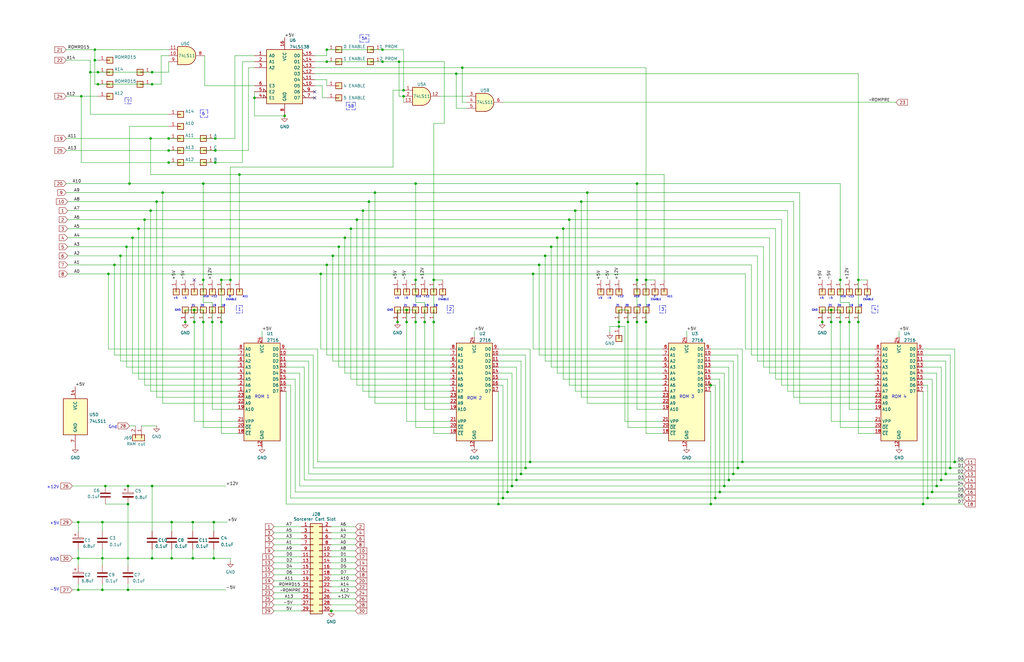
<source format=kicad_sch>
(kicad_sch (version 20211123) (generator eeschema)
  (paper "B")
  (junction (at 85.725 135.89))
  (junction (at 161.29 20.955))
  (junction (at 358.14 135.89))
  (junction (at 140.335 107.95))
  (junction (at 90.17 220.345))
  (junction (at 64.135 35.56))
  (junction (at 272.415 118.11))
  (junction (at 64.135 205.105))
  (junction (at 245.11 85.09))
  (junction (at 213.995 207.645))
  (junction (at 168.275 26.035))
  (junction (at 33.02 248.92))
  (junction (at 234.95 100.33))
  (junction (at 48.26 111.76))
  (junction (at 89.535 135.89))
  (junction (at 346.71 135.89))
  (junction (at 350.52 135.89))
  (junction (at 43.18 248.92))
  (junction (at 170.18 38.1))
  (junction (at 53.975 235.585))
  (junction (at 215.9 205.105))
  (junction (at 147.955 96.52))
  (junction (at 354.33 118.11))
  (junction (at 97.155 118.11))
  (junction (at 391.16 210.185))
  (junction (at 53.975 248.92))
  (junction (at 212.09 210.185))
  (junction (at 393.065 207.645))
  (junction (at 192.405 31.115))
  (junction (at 171.45 135.89))
  (junction (at 232.41 104.14))
  (junction (at 50.8 107.95))
  (junction (at 137.795 26.035))
  (junction (at 137.795 111.76))
  (junction (at 389.255 212.725))
  (junction (at 41.275 30.48))
  (junction (at 71.12 58.42))
  (junction (at 40.005 25.4))
  (junction (at 155.575 85.09))
  (junction (at 175.26 77.47))
  (junction (at 41.275 35.56))
  (junction (at 85.725 77.47))
  (junction (at 44.45 205.105))
  (junction (at 63.5 88.9))
  (junction (at 175.26 118.11))
  (junction (at 194.945 28.575))
  (junction (at 64.135 30.48))
  (junction (at 100.965 73.66))
  (junction (at 217.805 202.565))
  (junction (at 242.57 88.9))
  (junction (at 167.64 135.89))
  (junction (at 247.65 81.28))
  (junction (at 71.12 68.58))
  (junction (at 175.26 135.89))
  (junction (at 53.975 212.725))
  (junction (at 153.035 88.9))
  (junction (at 402.59 194.945))
  (junction (at 85.725 118.11))
  (junction (at 53.975 205.105))
  (junction (at 272.415 135.89))
  (junction (at 137.795 20.955))
  (junction (at 224.79 115.57))
  (junction (at 268.605 77.47))
  (junction (at 139.7 257.81))
  (junction (at 158.115 81.28))
  (junction (at 219.71 200.025))
  (junction (at 299.72 162.56))
  (junction (at 150.495 92.71))
  (junction (at 40.005 20.955))
  (junction (at 142.875 104.14))
  (junction (at 43.18 220.345))
  (junction (at 309.245 200.025))
  (junction (at 260.985 137.795))
  (junction (at 38.1 30.48))
  (junction (at 260.985 135.89))
  (junction (at 81.915 135.89))
  (junction (at 43.18 235.585))
  (junction (at 313.055 194.945))
  (junction (at 93.345 118.11))
  (junction (at 33.02 220.345))
  (junction (at 394.97 205.105))
  (junction (at 45.72 115.57))
  (junction (at 361.95 135.89))
  (junction (at 161.29 26.035))
  (junction (at 93.345 135.89))
  (junction (at 396.875 202.565))
  (junction (at 299.72 212.725))
  (junction (at 311.15 197.485))
  (junction (at 68.58 81.28))
  (junction (at 398.78 200.025))
  (junction (at 268.605 118.11))
  (junction (at 264.795 135.89))
  (junction (at 107.315 41.275))
  (junction (at 354.33 135.89))
  (junction (at 303.53 207.645))
  (junction (at 90.17 235.585))
  (junction (at 78.105 135.89))
  (junction (at 90.805 58.42))
  (junction (at 227.33 111.76))
  (junction (at 268.605 135.89))
  (junction (at 237.49 96.52))
  (junction (at 210.185 212.725))
  (junction (at 63.5 58.42))
  (junction (at 34.29 40.64))
  (junction (at 81.915 130.81))
  (junction (at 54.61 77.47))
  (junction (at 72.39 235.585))
  (junction (at 179.07 135.89))
  (junction (at 171.45 130.81))
  (junction (at 301.625 210.185))
  (junction (at 66.04 85.09))
  (junction (at 182.88 118.11))
  (junction (at 72.39 220.345))
  (junction (at 53.34 104.14))
  (junction (at 81.28 235.585))
  (junction (at 182.88 135.89))
  (junction (at 71.12 63.5))
  (junction (at 81.28 220.345))
  (junction (at 307.34 202.565))
  (junction (at 305.435 205.105))
  (junction (at 55.88 100.33))
  (junction (at 170.18 40.64))
  (junction (at 229.87 107.95))
  (junction (at 58.42 96.52))
  (junction (at 361.95 118.11))
  (junction (at 145.415 100.33))
  (junction (at 240.03 92.71))
  (junction (at 350.52 130.81))
  (junction (at 221.615 197.485))
  (junction (at 90.805 68.58))
  (junction (at 33.02 235.585))
  (junction (at 64.135 235.585))
  (junction (at 60.96 92.71))
  (junction (at 120.015 48.895))
  (junction (at 223.52 194.945))
  (junction (at 90.805 63.5))
  (junction (at 400.685 197.485))
  (junction (at 135.255 115.57))
  (no_connect (at 81.915 118.11))
  (no_connect (at 132.715 41.275))
  (no_connect (at 132.715 38.735))
  (wire (pts (xy 224.79 147.32) (xy 224.79 115.57)))
  (wire (pts (xy 215.9 157.48) (xy 215.9 205.105)))
  (wire (pts (xy 303.53 160.02) (xy 303.53 207.645)))
  (wire (pts (xy 305.435 205.105) (xy 394.97 205.105)))
  (wire (pts (xy 104.775 63.5) (xy 104.775 28.575)))
  (wire (pts (xy 170.18 20.955) (xy 170.18 38.1)))
  (wire (pts (xy 54.61 77.47) (xy 85.725 77.47)))
  (wire (pts (xy 50.8 107.95) (xy 140.335 107.95)))
  (wire (pts (xy 179.07 172.72) (xy 189.865 172.72)))
  (wire (pts (xy 268.605 118.11) (xy 268.605 135.89)))
  (wire (pts (xy 27.94 77.47) (xy 54.61 77.47)))
  (wire (pts (xy 145.415 100.33) (xy 234.95 100.33)))
  (wire (pts (xy 200.025 139.7) (xy 200.025 142.24)))
  (wire (pts (xy 245.11 85.09) (xy 334.645 85.09)))
  (wire (pts (xy 72.39 220.345) (xy 72.39 224.155)))
  (wire (pts (xy 182.88 52.07) (xy 187.325 52.07)))
  (wire (pts (xy 332.105 165.1) (xy 332.105 88.9)))
  (wire (pts (xy 85.725 77.47) (xy 175.26 77.47)))
  (wire (pts (xy 53.975 212.725) (xy 53.975 235.585)))
  (wire (pts (xy 135.89 41.275) (xy 137.795 41.275)))
  (wire (pts (xy 299.72 149.86) (xy 311.15 149.86)))
  (wire (pts (xy 28.575 107.95) (xy 50.8 107.95)))
  (wire (pts (xy 149.86 222.25) (xy 139.7 222.25)))
  (wire (pts (xy 361.95 182.88) (xy 368.935 182.88)))
  (wire (pts (xy 210.185 162.56) (xy 212.09 162.56)))
  (wire (pts (xy 115.57 245.11) (xy 127 245.11)))
  (wire (pts (xy 334.645 85.09) (xy 334.645 167.64)))
  (wire (pts (xy 41.275 35.56) (xy 64.135 35.56)))
  (polyline (pts (xy 367.665 132.08) (xy 370.205 132.08)))
  (wire (pts (xy 81.915 130.81) (xy 85.725 130.81)))
  (polyline (pts (xy 191.135 128.905) (xy 188.595 128.905)))
  (wire (pts (xy 237.49 96.52) (xy 327.025 96.52)))
  (wire (pts (xy 167.64 135.89) (xy 167.64 130.81)))
  (wire (pts (xy 210.185 152.4) (xy 219.71 152.4)))
  (wire (pts (xy 54.61 179.705) (xy 57.15 179.705)))
  (wire (pts (xy 379.095 139.7) (xy 379.095 142.24)))
  (wire (pts (xy 264.795 135.89) (xy 264.795 180.34)))
  (wire (pts (xy 54.61 53.34) (xy 54.61 77.47)))
  (polyline (pts (xy 84.455 46.355) (xy 87.63 46.355)))
  (wire (pts (xy 33.02 235.585) (xy 33.02 238.76)))
  (wire (pts (xy 260.985 137.795) (xy 260.985 135.89)))
  (wire (pts (xy 264.795 130.81) (xy 264.795 135.89)))
  (wire (pts (xy 28.575 111.76) (xy 48.26 111.76)))
  (polyline (pts (xy 370.205 132.08) (xy 370.205 128.905)))
  (wire (pts (xy 115.57 240.03) (xy 127 240.03)))
  (wire (pts (xy 194.945 28.575) (xy 272.415 28.575)))
  (wire (pts (xy 115.57 232.41) (xy 127 232.41)))
  (wire (pts (xy 158.115 170.18) (xy 158.115 81.28)))
  (wire (pts (xy 247.65 170.18) (xy 247.65 81.28)))
  (wire (pts (xy 120.015 48.895) (xy 107.315 48.895)))
  (wire (pts (xy 324.485 100.33) (xy 324.485 157.48)))
  (polyline (pts (xy 55.245 41.275) (xy 55.245 43.815)))
  (wire (pts (xy 30.48 205.105) (xy 44.45 205.105)))
  (wire (pts (xy 102.235 26.035) (xy 107.315 26.035)))
  (wire (pts (xy 149.86 224.79) (xy 139.7 224.79)))
  (wire (pts (xy 33.02 220.345) (xy 33.02 224.155)))
  (polyline (pts (xy 151.765 14.605) (xy 155.575 14.605)))
  (wire (pts (xy 43.18 235.585) (xy 53.975 235.585)))
  (wire (pts (xy 189.865 162.56) (xy 150.495 162.56)))
  (wire (pts (xy 115.57 229.87) (xy 127 229.87)))
  (wire (pts (xy 391.16 162.56) (xy 389.255 162.56)))
  (wire (pts (xy 66.04 85.09) (xy 66.04 167.64)))
  (wire (pts (xy 299.72 160.02) (xy 303.53 160.02)))
  (wire (pts (xy 311.15 149.86) (xy 311.15 197.485)))
  (wire (pts (xy 63.5 73.66) (xy 100.965 73.66)))
  (wire (pts (xy 137.795 23.495) (xy 137.795 20.955)))
  (wire (pts (xy 145.415 100.33) (xy 145.415 157.48)))
  (wire (pts (xy 329.565 162.56) (xy 329.565 92.71)))
  (wire (pts (xy 115.57 227.33) (xy 127 227.33)))
  (wire (pts (xy 89.535 135.89) (xy 89.535 172.72)))
  (wire (pts (xy 299.72 157.48) (xy 305.435 157.48)))
  (wire (pts (xy 53.975 248.92) (xy 95.25 248.92)))
  (polyline (pts (xy 87.63 49.53) (xy 84.455 49.53)))
  (polyline (pts (xy 280.67 128.905) (xy 278.13 128.905)))
  (wire (pts (xy 132.715 28.575) (xy 194.945 28.575)))
  (wire (pts (xy 406.4 202.565) (xy 396.875 202.565)))
  (wire (pts (xy 115.57 234.95) (xy 127 234.95)))
  (wire (pts (xy 120.65 162.56) (xy 122.555 162.56)))
  (wire (pts (xy 81.28 235.585) (xy 81.28 231.775)))
  (wire (pts (xy 389.255 160.02) (xy 393.065 160.02)))
  (wire (pts (xy 115.57 237.49) (xy 127 237.49)))
  (wire (pts (xy 299.72 147.32) (xy 313.055 147.32)))
  (polyline (pts (xy 280.67 132.08) (xy 280.67 128.905)))
  (wire (pts (xy 279.4 147.32) (xy 224.79 147.32)))
  (wire (pts (xy 132.08 149.86) (xy 132.08 197.485)))
  (wire (pts (xy 149.86 240.03) (xy 139.7 240.03)))
  (wire (pts (xy 153.035 88.9) (xy 242.57 88.9)))
  (wire (pts (xy 337.185 170.18) (xy 337.185 81.28)))
  (wire (pts (xy 38.1 48.26) (xy 71.12 48.26)))
  (wire (pts (xy 142.875 154.94) (xy 189.865 154.94)))
  (wire (pts (xy 58.42 96.52) (xy 147.955 96.52)))
  (wire (pts (xy 263.525 177.8) (xy 279.4 177.8)))
  (wire (pts (xy 64.135 35.56) (xy 67.945 35.56)))
  (wire (pts (xy 260.985 130.81) (xy 260.985 135.89)))
  (wire (pts (xy 124.46 207.645) (xy 213.995 207.645)))
  (wire (pts (xy 59.69 179.705) (xy 66.04 179.705)))
  (wire (pts (xy 221.615 149.86) (xy 221.615 197.485)))
  (wire (pts (xy 354.33 127.635) (xy 354.33 118.11)))
  (wire (pts (xy 27.94 63.5) (xy 71.12 63.5)))
  (wire (pts (xy 40.005 35.56) (xy 40.005 25.4)))
  (wire (pts (xy 189.865 170.18) (xy 158.115 170.18)))
  (wire (pts (xy 38.1 30.48) (xy 38.1 48.26)))
  (wire (pts (xy 289.56 139.7) (xy 289.56 142.24)))
  (wire (pts (xy 67.945 23.495) (xy 71.12 23.495)))
  (wire (pts (xy 93.345 182.88) (xy 100.33 182.88)))
  (wire (pts (xy 221.615 197.485) (xy 311.15 197.485)))
  (wire (pts (xy 115.57 242.57) (xy 127 242.57)))
  (wire (pts (xy 210.185 165.1) (xy 210.185 212.725)))
  (wire (pts (xy 260.985 137.795) (xy 263.525 137.795)))
  (wire (pts (xy 321.945 104.14) (xy 321.945 154.94)))
  (wire (pts (xy 130.175 200.025) (xy 219.71 200.025)))
  (wire (pts (xy 189.865 147.32) (xy 135.255 147.32)))
  (wire (pts (xy 93.345 135.89) (xy 93.345 182.88)))
  (wire (pts (xy 307.34 154.94) (xy 307.34 202.565)))
  (wire (pts (xy 219.71 152.4) (xy 219.71 200.025)))
  (wire (pts (xy 34.29 68.58) (xy 71.12 68.58)))
  (wire (pts (xy 120.65 157.48) (xy 126.365 157.48)))
  (wire (pts (xy 90.17 231.775) (xy 90.17 235.585)))
  (wire (pts (xy 260.985 130.81) (xy 264.795 130.81)))
  (wire (pts (xy 406.4 210.185) (xy 391.16 210.185)))
  (wire (pts (xy 128.27 202.565) (xy 217.805 202.565)))
  (wire (pts (xy 168.275 26.035) (xy 187.325 26.035)))
  (wire (pts (xy 232.41 104.14) (xy 321.945 104.14)))
  (wire (pts (xy 223.52 194.945) (xy 313.055 194.945)))
  (wire (pts (xy 71.12 63.5) (xy 90.805 63.5)))
  (wire (pts (xy 90.805 58.42) (xy 99.06 58.42)))
  (wire (pts (xy 149.86 245.11) (xy 139.7 245.11)))
  (wire (pts (xy 179.07 127.635) (xy 179.07 135.89)))
  (wire (pts (xy 50.8 152.4) (xy 50.8 107.95)))
  (wire (pts (xy 280.035 73.66) (xy 280.035 118.11)))
  (wire (pts (xy 368.935 162.56) (xy 329.565 162.56)))
  (wire (pts (xy 402.59 194.945) (xy 406.4 194.945)))
  (wire (pts (xy 171.45 135.89) (xy 171.45 177.8)))
  (wire (pts (xy 139.7 257.81) (xy 149.86 257.81)))
  (wire (pts (xy 132.715 26.035) (xy 137.795 26.035)))
  (wire (pts (xy 128.27 154.94) (xy 128.27 202.565)))
  (wire (pts (xy 64.135 30.48) (xy 71.12 30.48)))
  (wire (pts (xy 171.45 177.8) (xy 189.865 177.8)))
  (wire (pts (xy 358.14 135.89) (xy 358.14 172.72)))
  (wire (pts (xy 213.995 160.02) (xy 213.995 207.645)))
  (wire (pts (xy 64.135 235.585) (xy 72.39 235.585)))
  (wire (pts (xy 132.715 33.655) (xy 137.795 33.655)))
  (wire (pts (xy 242.57 88.9) (xy 332.105 88.9)))
  (wire (pts (xy 28.575 115.57) (xy 45.72 115.57)))
  (polyline (pts (xy 87.63 46.355) (xy 87.63 49.53)))
  (wire (pts (xy 110.49 139.7) (xy 110.49 142.24)))
  (wire (pts (xy 132.715 31.115) (xy 192.405 31.115)))
  (polyline (pts (xy 102.235 128.905) (xy 99.695 128.905)))
  (polyline (pts (xy 146.05 43.18) (xy 149.86 43.18)))
  (wire (pts (xy 100.33 147.32) (xy 45.72 147.32)))
  (wire (pts (xy 40.005 20.955) (xy 71.12 20.955)))
  (wire (pts (xy 55.88 100.33) (xy 55.88 157.48)))
  (wire (pts (xy 100.33 170.18) (xy 68.58 170.18)))
  (wire (pts (xy 40.005 25.4) (xy 41.275 25.4)))
  (wire (pts (xy 175.26 127.635) (xy 175.26 118.11)))
  (wire (pts (xy 346.71 135.89) (xy 346.71 130.81)))
  (wire (pts (xy 28.575 100.33) (xy 55.88 100.33)))
  (wire (pts (xy 140.335 107.95) (xy 229.87 107.95)))
  (wire (pts (xy 313.055 194.945) (xy 402.59 194.945)))
  (wire (pts (xy 158.115 81.28) (xy 247.65 81.28)))
  (wire (pts (xy 72.39 235.585) (xy 72.39 231.775)))
  (wire (pts (xy 45.72 115.57) (xy 135.255 115.57)))
  (wire (pts (xy 309.245 152.4) (xy 309.245 200.025)))
  (wire (pts (xy 215.9 205.105) (xy 305.435 205.105)))
  (wire (pts (xy 147.955 160.02) (xy 189.865 160.02)))
  (wire (pts (xy 53.34 104.14) (xy 53.34 154.94)))
  (wire (pts (xy 299.085 162.56) (xy 299.72 162.56)))
  (wire (pts (xy 187.325 52.07) (xy 187.325 26.035)))
  (wire (pts (xy 100.965 73.66) (xy 100.965 118.11)))
  (wire (pts (xy 38.1 30.48) (xy 41.275 30.48)))
  (wire (pts (xy 33.02 235.585) (xy 43.18 235.585)))
  (wire (pts (xy 149.86 232.41) (xy 139.7 232.41)))
  (wire (pts (xy 149.86 252.73) (xy 139.7 252.73)))
  (wire (pts (xy 391.16 162.56) (xy 391.16 210.185)))
  (polyline (pts (xy 155.575 17.78) (xy 155.575 14.605)))
  (wire (pts (xy 34.29 40.64) (xy 41.275 40.64)))
  (wire (pts (xy 147.955 96.52) (xy 147.955 160.02)))
  (wire (pts (xy 81.915 135.89) (xy 81.915 177.8)))
  (wire (pts (xy 147.955 96.52) (xy 237.49 96.52)))
  (wire (pts (xy 63.5 58.42) (xy 71.12 58.42)))
  (wire (pts (xy 272.415 118.11) (xy 272.415 28.575)))
  (wire (pts (xy 168.275 26.035) (xy 168.275 40.64)))
  (wire (pts (xy 299.72 165.1) (xy 299.72 212.725)))
  (wire (pts (xy 132.08 197.485) (xy 221.615 197.485)))
  (wire (pts (xy 406.4 200.025) (xy 398.78 200.025)))
  (wire (pts (xy 301.625 210.185) (xy 391.16 210.185)))
  (wire (pts (xy 33.02 248.92) (xy 33.02 246.38)))
  (wire (pts (xy 299.72 162.56) (xy 301.625 162.56)))
  (wire (pts (xy 40.005 35.56) (xy 41.275 35.56)))
  (wire (pts (xy 90.17 220.345) (xy 90.17 224.155)))
  (wire (pts (xy 149.86 250.19) (xy 139.7 250.19)))
  (wire (pts (xy 48.26 111.76) (xy 48.26 149.86)))
  (wire (pts (xy 28.575 92.71) (xy 60.96 92.71)))
  (wire (pts (xy 48.26 149.86) (xy 100.33 149.86)))
  (wire (pts (xy 227.33 149.86) (xy 279.4 149.86)))
  (wire (pts (xy 30.48 248.92) (xy 33.02 248.92)))
  (wire (pts (xy 165.735 38.1) (xy 170.18 38.1)))
  (wire (pts (xy 107.315 36.195) (xy 86.36 36.195)))
  (wire (pts (xy 400.685 149.86) (xy 400.685 197.485)))
  (wire (pts (xy 30.48 220.345) (xy 33.02 220.345)))
  (wire (pts (xy 27.94 25.4) (xy 38.1 25.4)))
  (wire (pts (xy 33.02 235.585) (xy 33.02 231.775)))
  (wire (pts (xy 122.555 162.56) (xy 122.555 210.185)))
  (wire (pts (xy 368.935 157.48) (xy 324.485 157.48)))
  (polyline (pts (xy 367.665 128.905) (xy 367.665 132.08)))
  (wire (pts (xy 53.34 104.14) (xy 142.875 104.14)))
  (wire (pts (xy 99.06 58.42) (xy 99.06 23.495)))
  (wire (pts (xy 245.11 167.64) (xy 279.4 167.64)))
  (wire (pts (xy 115.57 247.65) (xy 127 247.65)))
  (wire (pts (xy 242.57 165.1) (xy 242.57 88.9)))
  (wire (pts (xy 196.85 45.72) (xy 192.405 45.72)))
  (wire (pts (xy 196.85 43.18) (xy 194.945 43.18)))
  (wire (pts (xy 161.29 20.955) (xy 170.18 20.955)))
  (wire (pts (xy 102.235 68.58) (xy 102.235 26.035)))
  (wire (pts (xy 45.72 147.32) (xy 45.72 115.57)))
  (wire (pts (xy 115.57 250.19) (xy 127 250.19)))
  (wire (pts (xy 53.975 235.585) (xy 53.975 238.76)))
  (wire (pts (xy 167.64 130.81) (xy 171.45 130.81)))
  (wire (pts (xy 43.18 235.585) (xy 43.18 231.775)))
  (wire (pts (xy 354.33 135.89) (xy 354.33 180.34)))
  (wire (pts (xy 279.4 157.48) (xy 234.95 157.48)))
  (wire (pts (xy 149.86 242.57) (xy 139.7 242.57)))
  (wire (pts (xy 53.34 154.94) (xy 100.33 154.94)))
  (wire (pts (xy 27.94 81.28) (xy 68.58 81.28)))
  (wire (pts (xy 175.26 180.34) (xy 189.865 180.34)))
  (wire (pts (xy 63.5 88.9) (xy 153.035 88.9)))
  (wire (pts (xy 100.33 162.56) (xy 60.96 162.56)))
  (wire (pts (xy 170.18 40.64) (xy 168.275 40.64)))
  (polyline (pts (xy 99.695 129.54) (xy 99.695 132.08)))
  (wire (pts (xy 268.605 77.47) (xy 354.33 77.47)))
  (wire (pts (xy 90.805 68.58) (xy 102.235 68.58)))
  (wire (pts (xy 149.86 237.49) (xy 139.7 237.49)))
  (wire (pts (xy 350.52 130.81) (xy 354.33 130.81)))
  (wire (pts (xy 27.94 58.42) (xy 63.5 58.42)))
  (wire (pts (xy 34.29 40.64) (xy 34.29 68.58)))
  (wire (pts (xy 189.865 165.1) (xy 153.035 165.1)))
  (wire (pts (xy 48.26 111.76) (xy 137.795 111.76)))
  (wire (pts (xy 210.185 160.02) (xy 213.995 160.02)))
  (wire (pts (xy 85.725 135.89) (xy 85.725 180.34)))
  (wire (pts (xy 346.71 130.81) (xy 350.52 130.81)))
  (wire (pts (xy 192.405 45.72) (xy 192.405 31.115)))
  (wire (pts (xy 223.52 147.32) (xy 223.52 194.945)))
  (wire (pts (xy 389.255 147.32) (xy 402.59 147.32)))
  (wire (pts (xy 64.135 205.105) (xy 53.975 205.105)))
  (wire (pts (xy 33.02 248.92) (xy 43.18 248.92)))
  (wire (pts (xy 100.33 152.4) (xy 50.8 152.4)))
  (wire (pts (xy 234.95 100.33) (xy 234.95 157.48)))
  (wire (pts (xy 389.255 152.4) (xy 398.78 152.4)))
  (wire (pts (xy 97.155 70.485) (xy 165.735 70.485)))
  (wire (pts (xy 264.795 180.34) (xy 279.4 180.34)))
  (wire (pts (xy 126.365 205.105) (xy 215.9 205.105)))
  (polyline (pts (xy 99.695 132.08) (xy 102.235 132.08)))
  (wire (pts (xy 100.965 73.66) (xy 280.035 73.66)))
  (wire (pts (xy 279.4 170.18) (xy 247.65 170.18)))
  (wire (pts (xy 150.495 92.71) (xy 240.03 92.71)))
  (wire (pts (xy 142.875 104.14) (xy 142.875 154.94)))
  (wire (pts (xy 196.85 40.64) (xy 185.42 40.64)))
  (polyline (pts (xy 278.13 132.08) (xy 280.67 132.08)))
  (wire (pts (xy 115.57 257.81) (xy 127 257.81)))
  (polyline (pts (xy 52.705 41.275) (xy 55.245 41.275)))
  (polyline (pts (xy 188.595 129.54) (xy 188.595 132.08)))
  (wire (pts (xy 28.575 88.9) (xy 63.5 88.9)))
  (wire (pts (xy 194.945 43.18) (xy 194.945 28.575)))
  (wire (pts (xy 396.875 154.94) (xy 396.875 202.565)))
  (wire (pts (xy 301.625 162.56) (xy 301.625 210.185)))
  (wire (pts (xy 279.4 152.4) (xy 229.87 152.4)))
  (wire (pts (xy 93.345 118.11) (xy 93.345 135.89)))
  (wire (pts (xy 368.935 165.1) (xy 332.105 165.1)))
  (wire (pts (xy 99.06 23.495) (xy 107.315 23.495)))
  (wire (pts (xy 81.28 235.585) (xy 90.17 235.585)))
  (wire (pts (xy 314.325 147.32) (xy 314.325 115.57)))
  (wire (pts (xy 240.03 162.56) (xy 240.03 92.71)))
  (wire (pts (xy 161.29 26.035) (xy 168.275 26.035)))
  (wire (pts (xy 354.33 180.34) (xy 368.935 180.34)))
  (polyline (pts (xy 146.05 43.18) (xy 146.05 46.355)))
  (wire (pts (xy 89.535 127.635) (xy 85.725 127.635)))
  (wire (pts (xy 72.39 235.585) (xy 81.28 235.585)))
  (wire (pts (xy 155.575 167.64) (xy 189.865 167.64)))
  (wire (pts (xy 368.935 152.4) (xy 319.405 152.4)))
  (wire (pts (xy 358.14 172.72) (xy 368.935 172.72)))
  (wire (pts (xy 81.28 220.345) (xy 81.28 224.155)))
  (wire (pts (xy 189.865 152.4) (xy 140.335 152.4)))
  (wire (pts (xy 361.95 135.89) (xy 361.95 182.88)))
  (wire (pts (xy 182.88 118.11) (xy 182.88 135.89)))
  (wire (pts (xy 149.86 229.87) (xy 139.7 229.87)))
  (wire (pts (xy 350.52 135.89) (xy 350.52 177.8)))
  (wire (pts (xy 175.26 77.47) (xy 175.26 118.11)))
  (wire (pts (xy 389.255 149.86) (xy 400.685 149.86)))
  (wire (pts (xy 217.805 202.565) (xy 307.34 202.565)))
  (wire (pts (xy 212.09 43.18) (xy 377.825 43.18)))
  (wire (pts (xy 402.59 147.32) (xy 402.59 194.945)))
  (wire (pts (xy 149.86 247.65) (xy 139.7 247.65)))
  (wire (pts (xy 272.415 182.88) (xy 279.4 182.88)))
  (wire (pts (xy 60.96 162.56) (xy 60.96 92.71)))
  (wire (pts (xy 316.865 149.86) (xy 368.935 149.86)))
  (wire (pts (xy 60.96 92.71) (xy 150.495 92.71)))
  (polyline (pts (xy 151.765 14.605) (xy 151.765 17.78)))
  (wire (pts (xy 299.72 152.4) (xy 309.245 152.4)))
  (wire (pts (xy 120.65 149.86) (xy 132.08 149.86)))
  (wire (pts (xy 406.4 207.645) (xy 393.065 207.645)))
  (wire (pts (xy 86.36 36.195) (xy 86.36 23.495)))
  (wire (pts (xy 130.175 152.4) (xy 130.175 200.025)))
  (wire (pts (xy 327.025 160.02) (xy 368.935 160.02)))
  (wire (pts (xy 257.175 137.795) (xy 260.985 137.795)))
  (wire (pts (xy 135.255 147.32) (xy 135.255 115.57)))
  (wire (pts (xy 361.95 118.11) (xy 365.76 118.11)))
  (wire (pts (xy 120.65 152.4) (xy 130.175 152.4)))
  (wire (pts (xy 311.15 197.485) (xy 400.685 197.485)))
  (polyline (pts (xy 102.235 132.08) (xy 102.235 128.905)))
  (wire (pts (xy 133.985 147.32) (xy 133.985 194.945)))
  (polyline (pts (xy 188.595 128.905) (xy 188.595 129.54)))
  (polyline (pts (xy 84.455 46.355) (xy 84.455 49.53)))
  (wire (pts (xy 232.41 104.14) (xy 232.41 154.94)))
  (wire (pts (xy 41.275 30.48) (xy 64.135 30.48)))
  (wire (pts (xy 27.94 40.64) (xy 34.29 40.64)))
  (wire (pts (xy 27.94 20.955) (xy 40.005 20.955)))
  (wire (pts (xy 38.1 25.4) (xy 38.1 30.48)))
  (wire (pts (xy 316.865 111.76) (xy 316.865 149.86)))
  (wire (pts (xy 210.185 212.725) (xy 299.72 212.725)))
  (wire (pts (xy 68.58 170.18) (xy 68.58 81.28)))
  (wire (pts (xy 182.88 118.11) (xy 186.69 118.11)))
  (wire (pts (xy 63.5 58.42) (xy 63.5 73.66)))
  (wire (pts (xy 189.865 157.48) (xy 145.415 157.48)))
  (polyline (pts (xy 149.86 43.18) (xy 149.86 46.355)))
  (wire (pts (xy 354.33 130.81) (xy 354.33 135.89)))
  (wire (pts (xy 81.28 220.345) (xy 90.17 220.345)))
  (wire (pts (xy 120.65 165.1) (xy 120.65 212.725)))
  (wire (pts (xy 268.605 77.47) (xy 268.605 118.11)))
  (wire (pts (xy 232.41 154.94) (xy 279.4 154.94)))
  (wire (pts (xy 43.18 248.92) (xy 43.18 246.38)))
  (polyline (pts (xy 278.13 129.54) (xy 278.13 132.08)))
  (wire (pts (xy 126.365 157.48) (xy 126.365 205.105)))
  (wire (pts (xy 179.07 135.89) (xy 179.07 172.72)))
  (wire (pts (xy 171.45 130.81) (xy 175.26 130.81)))
  (wire (pts (xy 120.65 212.725) (xy 210.185 212.725)))
  (wire (pts (xy 28.575 104.14) (xy 53.34 104.14)))
  (wire (pts (xy 66.04 85.09) (xy 155.575 85.09)))
  (wire (pts (xy 107.315 41.275) (xy 107.315 38.735)))
  (wire (pts (xy 81.915 177.8) (xy 100.33 177.8)))
  (wire (pts (xy 272.415 118.11) (xy 272.415 135.89)))
  (wire (pts (xy 63.5 165.1) (xy 63.5 88.9)))
  (wire (pts (xy 406.4 212.725) (xy 389.255 212.725)))
  (wire (pts (xy 279.4 162.56) (xy 240.03 162.56)))
  (wire (pts (xy 115.57 222.25) (xy 127 222.25)))
  (polyline (pts (xy 55.245 43.815) (xy 52.705 43.815)))
  (wire (pts (xy 150.495 162.56) (xy 150.495 92.71)))
  (wire (pts (xy 90.805 63.5) (xy 104.775 63.5)))
  (wire (pts (xy 97.155 236.855) (xy 97.155 235.585)))
  (wire (pts (xy 182.88 135.89) (xy 182.88 182.88)))
  (wire (pts (xy 137.795 111.76) (xy 137.795 149.86)))
  (wire (pts (xy 149.86 227.33) (xy 139.7 227.33)))
  (wire (pts (xy 137.795 111.76) (xy 227.33 111.76)))
  (wire (pts (xy 313.055 147.32) (xy 313.055 194.945)))
  (wire (pts (xy 400.685 197.485) (xy 406.4 197.485)))
  (wire (pts (xy 43.18 235.585) (xy 43.18 238.76)))
  (wire (pts (xy 78.105 130.81) (xy 81.915 130.81)))
  (wire (pts (xy 354.33 77.47) (xy 354.33 118.11)))
  (polyline (pts (xy 188.595 132.08) (xy 191.135 132.08)))
  (polyline (pts (xy 367.665 128.905) (xy 370.205 128.905)))
  (wire (pts (xy 213.995 207.645) (xy 303.53 207.645)))
  (wire (pts (xy 321.945 154.94) (xy 368.935 154.94)))
  (wire (pts (xy 368.935 170.18) (xy 337.185 170.18)))
  (wire (pts (xy 43.18 248.92) (xy 53.975 248.92)))
  (wire (pts (xy 89.535 172.72) (xy 100.33 172.72)))
  (wire (pts (xy 237.49 160.02) (xy 279.4 160.02)))
  (wire (pts (xy 307.34 202.565) (xy 396.875 202.565)))
  (wire (pts (xy 85.725 77.47) (xy 85.725 118.11)))
  (wire (pts (xy 170.18 40.64) (xy 170.18 43.18)))
  (wire (pts (xy 28.575 85.09) (xy 66.04 85.09)))
  (wire (pts (xy 97.155 118.745) (xy 97.155 118.11)))
  (wire (pts (xy 28.575 96.52) (xy 58.42 96.52)))
  (wire (pts (xy 219.71 200.025) (xy 309.245 200.025)))
  (wire (pts (xy 107.315 48.895) (xy 107.315 41.275)))
  (wire (pts (xy 175.26 77.47) (xy 268.605 77.47)))
  (wire (pts (xy 237.49 96.52) (xy 237.49 160.02)))
  (wire (pts (xy 64.135 235.585) (xy 64.135 231.775)))
  (wire (pts (xy 124.46 160.02) (xy 124.46 207.645)))
  (wire (pts (xy 135.255 115.57) (xy 224.79 115.57)))
  (wire (pts (xy 58.42 96.52) (xy 58.42 160.02)))
  (wire (pts (xy 78.105 135.89) (xy 78.105 130.81)))
  (wire (pts (xy 85.725 127.635) (xy 85.725 118.11)))
  (wire (pts (xy 327.025 96.52) (xy 327.025 160.02)))
  (wire (pts (xy 149.86 255.27) (xy 139.7 255.27)))
  (wire (pts (xy 149.86 234.95) (xy 139.7 234.95)))
  (wire (pts (xy 44.45 205.105) (xy 53.975 205.105)))
  (wire (pts (xy 305.435 157.48) (xy 305.435 205.105)))
  (polyline (pts (xy 151.765 17.78) (xy 155.575 17.78)))
  (wire (pts (xy 299.72 212.725) (xy 389.255 212.725)))
  (wire (pts (xy 120.65 147.32) (xy 133.985 147.32)))
  (wire (pts (xy 182.88 182.88) (xy 189.865 182.88)))
  (wire (pts (xy 210.185 157.48) (xy 215.9 157.48)))
  (wire (pts (xy 137.795 20.955) (xy 161.29 20.955)))
  (wire (pts (xy 350.52 130.81) (xy 350.52 135.89)))
  (wire (pts (xy 358.14 127.635) (xy 358.14 135.89)))
  (wire (pts (xy 30.48 235.585) (xy 33.02 235.585)))
  (wire (pts (xy 133.985 194.945) (xy 223.52 194.945)))
  (wire (pts (xy 175.26 130.81) (xy 175.26 135.89)))
  (wire (pts (xy 393.065 160.02) (xy 393.065 207.645)))
  (wire (pts (xy 303.53 207.645) (xy 393.065 207.645)))
  (wire (pts (xy 100.33 165.1) (xy 63.5 165.1)))
  (wire (pts (xy 227.33 111.76) (xy 227.33 149.86)))
  (wire (pts (xy 120.65 160.02) (xy 124.46 160.02)))
  (wire (pts (xy 171.45 130.81) (xy 171.45 135.89)))
  (wire (pts (xy 210.185 154.94) (xy 217.805 154.94)))
  (wire (pts (xy 43.18 220.345) (xy 72.39 220.345)))
  (wire (pts (xy 361.95 118.11) (xy 361.95 135.89)))
  (wire (pts (xy 137.795 33.655) (xy 137.795 36.195)))
  (wire (pts (xy 120.65 154.94) (xy 128.27 154.94)))
  (wire (pts (xy 53.975 235.585) (xy 64.135 235.585)))
  (wire (pts (xy 268.605 172.72) (xy 279.4 172.72)))
  (wire (pts (xy 71.12 30.48) (xy 71.12 26.035)))
  (wire (pts (xy 394.97 157.48) (xy 394.97 205.105)))
  (wire (pts (xy 257.175 140.335) (xy 257.175 137.795)))
  (wire (pts (xy 398.78 152.4) (xy 398.78 200.025)))
  (wire (pts (xy 406.4 205.105) (xy 394.97 205.105)))
  (wire (pts (xy 71.12 58.42) (xy 90.805 58.42)))
  (wire (pts (xy 58.42 160.02) (xy 100.33 160.02)))
  (wire (pts (xy 71.12 53.34) (xy 54.61 53.34)))
  (polyline (pts (xy 149.86 46.355) (xy 146.05 46.355)))
  (wire (pts (xy 175.26 135.89) (xy 175.26 180.34)))
  (wire (pts (xy 137.795 26.035) (xy 161.29 26.035)))
  (wire (pts (xy 72.39 220.345) (xy 81.28 220.345)))
  (wire (pts (xy 179.07 127.635) (xy 175.26 127.635)))
  (wire (pts (xy 97.155 118.11) (xy 97.155 70.485)))
  (wire (pts (xy 210.185 147.32) (xy 223.52 147.32)))
  (wire (pts (xy 85.725 180.34) (xy 100.33 180.34)))
  (wire (pts (xy 90.17 235.585) (xy 97.155 235.585)))
  (wire (pts (xy 67.945 35.56) (xy 67.945 23.495)))
  (wire (pts (xy 212.09 162.56) (xy 212.09 210.185)))
  (wire (pts (xy 361.95 118.11) (xy 361.95 31.115)))
  (wire (pts (xy 334.645 167.64) (xy 368.935 167.64)))
  (wire (pts (xy 212.09 210.185) (xy 301.625 210.185)))
  (wire (pts (xy 115.57 224.79) (xy 127 224.79)))
  (polyline (pts (xy 191.135 132.08) (xy 191.135 128.905)))
  (wire (pts (xy 153.035 165.1) (xy 153.035 88.9)))
  (wire (pts (xy 115.57 255.27) (xy 127 255.27)))
  (wire (pts (xy 155.575 85.09) (xy 155.575 167.64)))
  (wire (pts (xy 132.715 36.195) (xy 135.89 36.195)))
  (wire (pts (xy 40.005 20.955) (xy 40.005 25.4)))
  (wire (pts (xy 155.575 85.09) (xy 245.11 85.09)))
  (wire (pts (xy 224.79 115.57) (xy 314.325 115.57)))
  (wire (pts (xy 89.535 127.635) (xy 89.535 135.89)))
  (wire (pts (xy 227.33 111.76) (xy 316.865 111.76)))
  (wire (pts (xy 217.805 154.94) (xy 217.805 202.565)))
  (wire (pts (xy 132.715 23.495) (xy 137.795 23.495)))
  (wire (pts (xy 135.89 36.195) (xy 135.89 41.275)))
  (wire (pts (xy 165.735 38.1) (xy 165.735 70.485)))
  (wire (pts (xy 81.915 130.81) (xy 81.915 135.89)))
  (wire (pts (xy 389.255 165.1) (xy 389.255 212.725)))
  (polyline (pts (xy 99.695 128.905) (xy 99.695 129.54)))
  (polyline (pts (xy 52.705 41.275) (xy 52.705 43.815)))
  (wire (pts (xy 229.87 152.4) (xy 229.87 107.95)))
  (wire (pts (xy 122.555 210.185) (xy 212.09 210.185)))
  (wire (pts (xy 85.725 130.81) (xy 85.725 135.89)))
  (wire (pts (xy 229.87 107.95) (xy 319.405 107.95)))
  (wire (pts (xy 66.04 167.64) (xy 100.33 167.64)))
  (wire (pts (xy 319.405 152.4) (xy 319.405 107.95)))
  (wire (pts (xy 309.245 200.025) (xy 398.78 200.025)))
  (wire (pts (xy 55.88 100.33) (xy 145.415 100.33)))
  (wire (pts (xy 192.405 31.115) (xy 361.95 31.115)))
  (wire (pts (xy 140.335 152.4) (xy 140.335 107.95)))
  (wire (pts (xy 263.525 137.795) (xy 263.525 177.8)))
  (wire (pts (xy 272.415 135.89) (xy 272.415 182.88)))
  (wire (pts (xy 142.875 104.14) (xy 232.41 104.14)))
  (wire (pts (xy 210.185 149.86) (xy 221.615 149.86)))
  (wire (pts (xy 350.52 177.8) (xy 368.935 177.8)))
  (wire (pts (xy 68.58 81.28) (xy 158.115 81.28)))
  (wire (pts (xy 90.17 220.345) (xy 95.885 220.345)))
  (wire (pts (xy 64.135 224.155) (xy 64.135 205.105)))
  (wire (pts (xy 299.72 154.94) (xy 307.34 154.94)))
  (wire (pts (xy 268.605 135.89) (xy 268.605 172.72)))
  (wire (pts (xy 245.11 85.09) (xy 245.11 167.64)))
  (wire (pts (xy 53.975 248.92) (xy 53.975 246.38)))
  (wire (pts (xy 93.345 118.11) (xy 97.155 118.11)))
  (polyline (pts (xy 278.13 128.905) (xy 278.13 129.54)))
  (wire (pts (xy 33.02 220.345) (xy 43.18 220.345)))
  (wire (pts (xy 279.4 165.1) (xy 242.57 165.1)))
  (wire (pts (xy 389.255 154.94) (xy 396.875 154.94)))
  (wire (pts (xy 368.935 147.32) (xy 314.325 147.32)))
  (wire (pts (xy 247.65 81.28) (xy 337.185 81.28)))
  (wire (pts (xy 272.415 118.11) (xy 276.225 118.11)))
  (wire (pts (xy 240.03 92.71) (xy 329.565 92.71)))
  (wire (pts (xy 64.135 205.105) (xy 95.25 205.105)))
  (wire (pts (xy 104.775 28.575) (xy 107.315 28.575)))
  (wire (pts (xy 182.88 118.11) (xy 182.88 52.07)))
  (wire (pts (xy 389.255 157.48) (xy 394.97 157.48)))
  (wire (pts (xy 43.18 220.345) (xy 43.18 224.155)))
  (wire (pts (xy 137.795 149.86) (xy 189.865 149.86)))
  (wire (pts (xy 234.95 100.33) (xy 324.485 100.33)))
  (wire (pts (xy 44.45 212.725) (xy 53.975 212.725)))
  (wire (pts (xy 358.14 127.635) (xy 354.33 127.635)))
  (wire (pts (xy 100.33 157.48) (xy 55.88 157.48)))
  (wire (pts (xy 115.57 252.73) (xy 127 252.73)))
  (wire (pts (xy 71.12 68.58) (xy 90.805 68.58)))
  (text "+12" (at 357.505 125.73 0) (effects (font (size 0.8 0.8)) (justify left bottom)))
  (text "+12" (at 178.435 125.73 0) (effects (font (size 0.8 0.8)) (justify left bottom)))
  (text "+5V" (at 20.955 221.615 0) (effects (font (size 1.27 1.27)) (justify left bottom)))
  (text "5A" (at 152.4 17.145 0) (effects (font (size 1.27 1.27)) (justify left bottom)))
  (text "2" (at 189.23 131.445 0) (effects (font (size 1.27 1.27)) (justify left bottom)))
  (text "3" (at 278.765 131.445 0) (effects (font (size 1.27 1.27)) (justify left bottom)))
  (text "-5V" (at 20.955 249.555 0) (effects (font (size 1.27 1.27)) (justify left bottom)))
  (text "6" (at 85.09 48.895 0) (effects (font (size 1.27 1.27)) (justify left bottom)))
  (text "-5" (at 170.18 126.365 0) (effects (font (size 0.8 0.8)) (justify left bottom)))
  (text "-5" (at 255.905 126.365 0) (effects (font (size 0.8 0.8)) (justify left bottom)))
  (text "A11" (at 281.305 125.73 0) (effects (font (size 0.8 0.8)) (justify left bottom)))
  (text "18" (at 93.345 129.54 0) (effects (font (size 0.8 0.8)) (justify left bottom)))
  (text "19" (at 89.535 129.54 0) (effects (font (size 0.8 0.8)) (justify left bottom)))
  (text "21" (at 80.645 129.54 0) (effects (font (size 0.8 0.8)) (justify left bottom)))
  (text "+12" (at 260.35 125.73 0) (effects (font (size 0.8 0.8)) (justify left bottom)))
  (text "21" (at 259.715 129.54 0) (effects (font (size 0.8 0.8)) (justify left bottom)))
  (text "7" (at 53.34 43.815 0) (effects (font (size 1.27 1.27)) (justify left bottom)))
  (text "  0\nENABLE" (at 95.25 127 0) (effects (font (size 0.8 0.8)) (justify left bottom)))
  (text "+12" (at 88.9 125.73 0) (effects (font (size 0.8 0.8)) (justify left bottom)))
  (text "19" (at 358.14 129.54 0) (effects (font (size 0.8 0.8)) (justify left bottom)))
  (text "21" (at 349.25 129.54 0) (effects (font (size 0.8 0.8)) (justify left bottom)))
  (text "20" (at 173.99 129.54 0) (effects (font (size 0.8 0.8)) (justify left bottom)))
  (text "+5" (at 252.095 126.365 0) (effects (font (size 0.8 0.8)) (justify left bottom)))
  (text "18" (at 182.88 129.54 0) (effects (font (size 0.8 0.8)) (justify left bottom)))
  (text "A10" (at 175.26 125.73 0) (effects (font (size 0.8 0.8)) (justify left bottom)))
  (text "ROM 4" (at 375.92 168.275 0) (effects (font (size 1.27 1.27)) (justify left bottom)))
  (text "GND" (at 342.265 131.445 0) (effects (font (size 0.8 0.8)) (justify left bottom)))
  (text "18" (at 272.415 129.54 0) (effects (font (size 0.8 0.8)) (justify left bottom)))
  (text "GND" (at 73.66 131.445 0) (effects (font (size 0.8 0.8)) (justify left bottom)))
  (text "18" (at 361.95 129.54 0) (effects (font (size 0.8 0.8)) (justify left bottom)))
  (text "+5" (at 166.37 126.365 0) (effects (font (size 0.8 0.8)) (justify left bottom)))
  (text "-5" (at 349.25 126.365 0) (effects (font (size 0.8 0.8)) (justify left bottom)))
  (text "19" (at 179.07 129.54 0) (effects (font (size 0.8 0.8)) (justify left bottom)))
  (text "  1\nENABLE" (at 184.785 127 0) (effects (font (size 0.8 0.8)) (justify left bottom)))
  (text "20" (at 263.525 129.54 0) (effects (font (size 0.8 0.8)) (justify left bottom)))
  (text "20" (at 84.455 129.54 0) (effects (font (size 0.8 0.8)) (justify left bottom)))
  (text "+5" (at 73.025 126.365 0) (effects (font (size 0.8 0.8)) (justify left bottom)))
  (text "A10" (at 85.725 125.73 0) (effects (font (size 0.8 0.8)) (justify left bottom)))
  (text "5B" (at 146.685 45.72 0) (effects (font (size 1.27 1.27)) (justify left bottom)))
  (text "GND" (at 163.195 131.445 0) (effects (font (size 0.8 0.8)) (justify left bottom)))
  (text "Gnd" (at 45.72 180.975 0) (effects (font (size 1.27 1.27)) (justify left bottom)))
  (text "  3\nENABLE" (at 363.855 127 0) (effects (font (size 0.8 0.8)) (justify left bottom)))
  (text "19" (at 268.605 129.54 0) (effects (font (size 0.8 0.8)) (justify left bottom)))
  (text "ROM 3" (at 286.385 168.275 0) (effects (font (size 1.27 1.27)) (justify left bottom)))
  (text "+12V" (at 19.685 206.375 0) (effects (font (size 1.27 1.27)) (justify left bottom)))
  (text "ROM 2" (at 196.85 168.91 0) (effects (font (size 1.27 1.27)) (justify left bottom)))
  (text "A10" (at 354.33 125.73 0) (effects (font (size 0.8 0.8)) (justify left bottom)))
  (text "A10" (at 267.335 125.73 0) (effects (font (size 0.8 0.8)) (justify left bottom)))
  (text "4" (at 368.3 131.445 0) (effects (font (size 1.27 1.27)) (justify left bottom)))
  (text "ROM 1" (at 107.315 168.275 0) (effects (font (size 1.27 1.27)) (justify left bottom)))
  (text "20" (at 353.06 129.54 0) (effects (font (size 0.8 0.8)) (justify left bottom)))
  (text "1" (at 100.33 131.445 0) (effects (font (size 1.27 1.27)) (justify left bottom)))
  (text "  2\nENABLE" (at 274.32 127 0) (effects (font (size 0.8 0.8)) (justify left bottom)))
  (text "-5" (at 76.835 126.365 0) (effects (font (size 0.8 0.8)) (justify left bottom)))
  (text "+5" (at 345.44 126.365 0) (effects (font (size 0.8 0.8)) (justify left bottom)))
  (text "A11" (at 102.235 125.73 0) (effects (font (size 0.8 0.8)) (justify left bottom)))
  (text "GND" (at 20.955 236.855 0) (effects (font (size 1.27 1.27)) (justify left bottom)))
  (text "21" (at 170.18 129.54 0) (effects (font (size 0.8 0.8)) (justify left bottom)))
  (label "A0" (at 33.655 115.57 180))
  (label "D1" (at 143.51 234.95 0))
  (label "A1" (at 31.115 111.76 0))
  (label "A4" (at 143.51 224.79 0))
  (label "A5" (at 31.115 96.52 0))
  (label "A11" (at 120.015 245.11 0))
  (label "+5V" (at 120.015 15.875 0))
  (label "A8" (at 143.51 232.41 0))
  (label "ROMRD15" (at 117.475 247.65 0))
  (label "D0" (at 120.65 234.95 0))
  (label "5V" (at 120.65 257.81 0))
  (label "ROMRD15" (at 28.575 20.955 0))
  (label "D7" (at 143.51 242.57 0))
  (label "A14" (at 143.51 247.65 0))
  (label "D3" (at 403.86 202.565 0))
  (label "+5V" (at 289.56 139.7 0))
  (label "+5V" (at 346.71 118.11 90))
  (label "A7" (at 120.65 222.25 0))
  (label "A9" (at 31.115 81.28 0))
  (label "+5V" (at 200.025 139.7 0))
  (label "D3" (at 143.51 237.49 0))
  (label "-5V" (at 257.175 118.11 90))
  (label "A2" (at 33.655 107.95 180))
  (label "D6" (at 406.4 210.185 180))
  (label "A3" (at 120.65 227.33 0))
  (label "+12V" (at 89.535 118.11 90))
  (label "D6" (at 120.65 242.57 0))
  (label "A7" (at 31.115 88.9 0))
  (label "A13" (at 120.015 252.73 0))
  (label "A12" (at 31.75 40.64 180))
  (label "+12V" (at 179.07 118.11 90))
  (label "+5V" (at 31.75 163.195 0))
  (label "-5V" (at 350.52 118.11 90))
  (label "+5V" (at 167.64 118.11 90))
  (label "+5V" (at 253.365 118.11 90))
  (label "+5V" (at 74.295 118.11 90))
  (label "+12V" (at 260.985 118.11 90))
  (label "+5V" (at 95.885 220.345 0))
  (label "+5V" (at 379.095 139.7 0))
  (label "+5V" (at 110.49 139.7 0))
  (label "+12V" (at 95.25 205.105 0))
  (label "D5" (at 403.86 207.645 0))
  (label "A10" (at 34.29 77.47 180))
  (label "A8" (at 33.655 85.09 180))
  (label "D2" (at 120.65 237.49 0))
  (label "-5V" (at 78.105 118.11 90))
  (label "A1" (at 120.65 229.87 0))
  (label "-5V" (at 95.25 248.92 0))
  (label "+12V" (at 142.24 252.73 0))
  (label "A6" (at 143.51 222.25 0))
  (label "A9" (at 120.65 232.41 0))
  (label "~ROMPRE" (at 118.11 250.19 0))
  (label "-5V" (at 171.45 118.11 90))
  (label "A11" (at 28.575 58.42 0))
  (label "A12" (at 143.51 250.19 0))
  (label "D2" (at 406.4 200.025 180))
  (label "A13" (at 28.575 63.5 0))
  (label "D1" (at 403.86 197.485 0))
  (label "A3" (at 31.115 104.14 0))
  (label "D5" (at 143.51 240.03 0))
  (label "A2" (at 143.51 227.33 0))
  (label "D4" (at 406.4 205.105 180))
  (label "A5" (at 120.65 224.79 0))
  (label "A0" (at 143.51 229.87 0))
  (label "A14" (at 31.75 25.4 180))
  (label "D7" (at 403.86 212.725 0))
  (label "~ROMPRE" (at 375.285 43.18 180))
  (label "A4" (at 33.655 100.33 180))
  (label "D4" (at 120.65 240.03 0))
  (label "-5V" (at 119.38 255.27 0))
  (label "A10" (at 143.51 245.11 0))
  (label "D0" (at 406.4 194.945 180))
  (label "+12V" (at 358.14 118.11 90))
  (label "A6" (at 33.655 92.71 180))
  (global_label "4" (shape input) (at 149.86 224.79 0) (property "Intersheet References" "${INTERSHEET_REFS}" (effects hide)))
  (global_label "15" (shape input) (at 115.57 240.03 180) (property "Intersheet References" "${INTERSHEET_REFS}" (effects hide)))
  (global_label "4" (shape input) (at 28.575 100.33 180) (property "Intersheet References" "${INTERSHEET_REFS}" (effects hide)))
  (global_label "19" (shape input) (at 27.94 58.42 180) (property "Intersheet References" "${INTERSHEET_REFS}" (effects hide)))
  (global_label "8" (shape input) (at 28.575 115.57 180) (property "Intersheet References" "${INTERSHEET_REFS}" (effects hide)))
  (global_label "26" (shape input) (at 30.48 205.105 180) (property "Intersheet References" "${INTERSHEET_REFS}" (effects hide)))
  (global_label "11" (shape input) (at 115.57 234.95 180) (property "Intersheet References" "${INTERSHEET_REFS}" (effects hide)))
  (global_label "23" (shape input) (at 377.825 43.18 0) (property "Intersheet References" "${INTERSHEET_REFS}" (effects hide)))
  (global_label "14" (shape input) (at 406.4 202.565 0) (property "Intersheet References" "${INTERSHEET_REFS}" (effects hide)))
  (global_label "3" (shape input) (at 115.57 224.79 180) (property "Intersheet References" "${INTERSHEET_REFS}" (effects hide)))
  (global_label "1" (shape input) (at 115.57 222.25 180) (property "Intersheet References" "${INTERSHEET_REFS}" (effects hide)))
  (global_label "15" (shape input) (at 406.4 205.105 0) (property "Intersheet References" "${INTERSHEET_REFS}" (effects hide)))
  (global_label "24" (shape input) (at 149.86 250.19 0) (property "Intersheet References" "${INTERSHEET_REFS}" (effects hide)))
  (global_label "11" (shape input) (at 406.4 194.945 0) (property "Intersheet References" "${INTERSHEET_REFS}" (effects hide)))
  (global_label "13" (shape input) (at 115.57 237.49 180) (property "Intersheet References" "${INTERSHEET_REFS}" (effects hide)))
  (global_label "20" (shape input) (at 27.94 77.47 180) (property "Intersheet References" "${INTERSHEET_REFS}" (effects hide)))
  (global_label "8" (shape input) (at 149.86 229.87 0) (property "Intersheet References" "${INTERSHEET_REFS}" (effects hide)))
  (global_label "28" (shape input) (at 54.61 179.705 180) (property "Intersheet References" "${INTERSHEET_REFS}" (effects hide)))
  (global_label "10" (shape input) (at 149.86 232.41 0) (property "Intersheet References" "${INTERSHEET_REFS}" (effects hide)))
  (global_label "16" (shape input) (at 149.86 240.03 0) (property "Intersheet References" "${INTERSHEET_REFS}" (effects hide)))
  (global_label "19" (shape input) (at 115.57 245.11 180) (property "Intersheet References" "${INTERSHEET_REFS}" (effects hide)))
  (global_label "1" (shape input) (at 28.575 88.9 180) (property "Intersheet References" "${INTERSHEET_REFS}" (effects hide)))
  (global_label "12" (shape input) (at 406.4 197.485 0) (property "Intersheet References" "${INTERSHEET_REFS}" (effects hide)))
  (global_label "17" (shape input) (at 115.57 242.57 180) (property "Intersheet References" "${INTERSHEET_REFS}" (effects hide)))
  (global_label "18" (shape input) (at 406.4 212.725 0) (property "Intersheet References" "${INTERSHEET_REFS}" (effects hide)))
  (global_label "26" (shape input) (at 149.86 252.73 0) (property "Intersheet References" "${INTERSHEET_REFS}" (effects hide)))
  (global_label "20" (shape input) (at 149.86 245.11 0) (property "Intersheet References" "${INTERSHEET_REFS}" (effects hide)))
  (global_label "30" (shape input) (at 149.86 257.81 0) (property "Intersheet References" "${INTERSHEET_REFS}" (effects hide)))
  (global_label "25" (shape input) (at 115.57 252.73 180) (property "Intersheet References" "${INTERSHEET_REFS}" (effects hide)))
  (global_label "2" (shape input) (at 149.86 222.25 0) (property "Intersheet References" "${INTERSHEET_REFS}" (effects hide)))
  (global_label "12" (shape input) (at 149.86 234.95 0) (property "Intersheet References" "${INTERSHEET_REFS}" (effects hide)))
  (global_label "17" (shape input) (at 406.4 210.185 0) (property "Intersheet References" "${INTERSHEET_REFS}" (effects hide)))
  (global_label "28" (shape input) (at 149.86 255.27 0) (property "Intersheet References" "${INTERSHEET_REFS}" (effects hide)))
  (global_label "24" (shape input) (at 27.94 40.64 180) (property "Intersheet References" "${INTERSHEET_REFS}" (effects hide)))
  (global_label "6" (shape input) (at 28.575 107.95 180) (property "Intersheet References" "${INTERSHEET_REFS}" (effects hide)))
  (global_label "25" (shape input) (at 27.94 63.5 180) (property "Intersheet References" "${INTERSHEET_REFS}" (effects hide)))
  (global_label "2" (shape input) (at 28.575 92.71 180) (property "Intersheet References" "${INTERSHEET_REFS}" (effects hide)))
  (global_label "18" (shape input) (at 149.86 242.57 0) (property "Intersheet References" "${INTERSHEET_REFS}" (effects hide)))
  (global_label "7" (shape input) (at 28.575 111.76 180) (property "Intersheet References" "${INTERSHEET_REFS}" (effects hide)))
  (global_label "7" (shape input) (at 115.57 229.87 180) (property "Intersheet References" "${INTERSHEET_REFS}" (effects hide)))
  (global_label "3" (shape input) (at 28.575 96.52 180) (property "Intersheet References" "${INTERSHEET_REFS}" (effects hide)))
  (global_label "10" (shape input) (at 28.575 85.09 180) (property "Intersheet References" "${INTERSHEET_REFS}" (effects hide)))
  (global_label "21" (shape input) (at 27.94 20.955 180) (property "Intersheet References" "${INTERSHEET_REFS}" (effects hide)))
  (global_label "29" (shape input) (at 115.57 257.81 180) (property "Intersheet References" "${INTERSHEET_REFS}" (effects hide)))
  (global_label "9" (shape input) (at 115.57 232.41 180) (property "Intersheet References" "${INTERSHEET_REFS}" (effects hide)))
  (global_label "16" (shape input) (at 406.4 207.645 0) (property "Intersheet References" "${INTERSHEET_REFS}" (effects hide)))
  (global_label "27" (shape input) (at 30.48 248.92 180) (property "Intersheet References" "${INTERSHEET_REFS}" (effects hide)))
  (global_label "5" (shape input) (at 28.575 104.14 180) (property "Intersheet References" "${INTERSHEET_REFS}" (effects hide)))
  (global_label "29" (shape input) (at 30.48 220.345 180) (property "Intersheet References" "${INTERSHEET_REFS}" (effects hide)))
  (global_label "6" (shape input) (at 149.86 227.33 0) (property "Intersheet References" "${INTERSHEET_REFS}" (effects hide)))
  (global_label "27" (shape input) (at 115.57 255.27 180) (property "Intersheet References" "${INTERSHEET_REFS}" (effects hide)))
  (global_label "13" (shape input) (at 406.4 200.025 0) (property "Intersheet References" "${INTERSHEET_REFS}" (effects hide)))
  (global_label "22" (shape input) (at 149.86 247.65 0) (property "Intersheet References" "${INTERSHEET_REFS}" (effects hide)))
  (global_label "21" (shape input) (at 115.57 247.65 180) (property "Intersheet References" "${INTERSHEET_REFS}" (effects hide)))
  (global_label "30" (shape input) (at 30.48 235.585 180) (property "Intersheet References" "${INTERSHEET_REFS}" (effects hide)))
  (global_label "23" (shape input) (at 115.57 250.19 180) (property "Intersheet References" "${INTERSHEET_REFS}" (effects hide)))
  (global_label "9" (shape input) (at 27.94 81.28 180) (property "Intersheet References" "${INTERSHEET_REFS}" (effects hide)))
  (global_label "14" (shape input) (at 149.86 237.49 0) (property "Intersheet References" "${INTERSHEET_REFS}" (effects hide)))
  (global_label "5" (shape input) (at 115.57 227.33 180) (property "Intersheet References" "${INTERSHEET_REFS}" (effects hide)))
  (global_label "22" (shape input) (at 27.94 25.4 180) (property "Intersheet References" "${INTERSHEET_REFS}" (effects hide)))
  (symbol (lib_id "Connector_Generic:Conn_01x01") (at 74.295 123.19 270) (unit 1)
    (property "Reference" "J7" (effects hide))
    (property "Value" "A" (effects hide))
    (property "Footprint" "Connector_PinHeader_2.54mm:PinHeader_1x01_P2.54mm_Vertical" (effects hide))
  )
  (symbol (lib_id "74xx:74LS11") (at 204.47 43.18 0) (unit 2)
    (property "Reference" "U5" (at 204.47 38.1 0))
    (property "Value" "74LS11" (at 204.47 43.18 0))
    (property "Footprint" "Package_DIP:DIP-14_W7.62mm" (effects hide))
    (property "Datasheet" "http://www.ti.com/lit/gpn/sn74LS11" (effects hide))
  )
  (symbol (lib_id "Device:C_Polarized") (at 33.02 227.965 0) (unit 1)
    (property "Reference" "C1" (at 35.56 227.965 0) (effects (justify left)))
    (property "Value" "6.8uF" (at 34.925 230.505 0) (effects (justify left)))
    (property "Footprint" "Capacitor_THT:CP_Radial_Tantal_D4.5mm_P5.00mm" (effects hide))
  )
  (symbol (lib_id "Device:C_Polarized") (at 53.975 208.915 0) (unit 1)
    (property "Reference" "C5" (at 56.896 207.1175 0) (effects (justify left)))
    (property "Value" "6.8uF" (at 56.896 209.8926 0) (effects (justify left)))
    (property "Footprint" "Capacitor_THT:CP_Radial_Tantal_D4.5mm_P5.00mm" (effects hide))
  )
  (symbol (lib_id "Connector_Generic:Conn_01x01") (at 179.07 123.19 270) (unit 1)
    (property "Reference" "J41" (effects hide))
    (property "Value" "A" (effects hide))
    (property "Footprint" "Connector_PinHeader_2.54mm:PinHeader_1x01_P2.54mm_Vertical" (effects hide))
  )
  (symbol (lib_id "Device:C") (at 90.17 227.965 0) (unit 1)
    (property "Reference" "C4" (at 93.091 227.0565 0) (effects (justify left)))
    (property "Value" "0.1uF" (at 93.091 229.8316 0) (effects (justify left)))
    (property "Footprint" "Capacitor_THT:C_Disc_D4.3mm_W1.9mm_P5.00mm" (effects hide))
  )
  (symbol (lib_id "Evan's misc parts:2716") (at 379.095 165.1 0) (unit 1)
    (property "Reference" "U4" (at 381.1144 140.8135 0) (effects (justify left)))
    (property "Value" "2716" (at 381.1144 143.5886 0) (effects (justify left)))
    (property "Footprint" "Package_DIP:DIP-24_W15.24mm" (effects hide))
    (property "Datasheet" "https://downloads.reactivemicro.com/Electronics/ROM/2716%20EPROM.pdf" (effects hide))
  )
  (symbol (lib_id "Connector_Generic:Conn_01x01") (at 346.71 123.19 270) (unit 1)
    (property "Reference" "J58" (effects hide))
    (property "Value" "A" (effects hide))
    (property "Footprint" "Connector_PinHeader_2.54mm:PinHeader_1x01_P2.54mm_Vertical" (effects hide))
  )
  (symbol (lib_id "Evan's misc parts:2716") (at 110.49 165.1 0) (unit 1)
    (property "Reference" "U1" (at 112.5094 140.8135 0) (effects (justify left)))
    (property "Value" "2716" (at 112.5094 143.5886 0) (effects (justify left)))
    (property "Footprint" "Package_DIP:DIP-24_W15.24mm" (effects hide))
    (property "Datasheet" "https://downloads.reactivemicro.com/Electronics/ROM/2716%20EPROM.pdf" (effects hide))
  )
  (symbol (lib_id "Connector_Generic:Conn_01x01") (at 142.875 26.035 0) (unit 1)
    (property "Reference" "J30" (effects hide))
    (property "Value" "1 ENABLE" (at 144.78 24.765 0) (effects (justify left)))
    (property "Footprint" "Connector_PinHeader_2.54mm:PinHeader_1x01_P2.54mm_Vertical" (effects hide))
  )
  (symbol (lib_id "power:GND") (at 97.155 236.855 0) (unit 1)
    (property "Reference" "#PWR04" (effects hide))
    (property "Value" "GND" (at 97.155 241.4175 0))
  )
  (symbol (lib_id "Connector_Generic:Conn_01x01") (at 272.415 123.19 270) (unit 1)
    (property "Reference" "J54" (effects hide))
    (property "Value" "A" (effects hide))
    (property "Footprint" "Connector_PinHeader_2.54mm:PinHeader_1x01_P2.54mm_Vertical" (effects hide))
  )
  (symbol (lib_id "Connector_Generic:Conn_01x01") (at 85.725 123.19 270) (unit 1)
    (property "Reference" "J20" (effects hide))
    (property "Value" "A" (effects hide))
    (property "Footprint" "Connector_PinHeader_2.54mm:PinHeader_1x01_P2.54mm_Vertical" (effects hide))
  )
  (symbol (lib_id "Device:C") (at 43.18 242.57 0) (unit 1)
    (property "Reference" "C9" (at 45.72 242.57 0) (effects (justify left)))
    (property "Value" "0.1uF" (at 44.45 245.11 0) (effects (justify left)))
    (property "Footprint" "Capacitor_THT:C_Disc_D4.3mm_W1.9mm_P5.00mm" (effects hide))
  )
  (symbol (lib_id "Connector_Generic:Conn_01x01") (at 257.175 123.19 270) (unit 1)
    (property "Reference" "J47" (effects hide))
    (property "Value" "A" (effects hide))
    (property "Footprint" "Connector_PinHeader_2.54mm:PinHeader_1x01_P2.54mm_Vertical" (effects hide))
  )
  (symbol (lib_id "Connector_Generic:Conn_01x01") (at 142.875 20.955 0) (unit 1)
    (property "Reference" "J29" (effects hide))
    (property "Value" "0 ENABLE" (at 144.78 19.685 0) (effects (justify left)))
    (property "Footprint" "Connector_PinHeader_2.54mm:PinHeader_1x01_P2.54mm_Vertical" (effects hide))
  )
  (symbol (lib_id "power:GND") (at 31.75 188.595 0) (unit 1)
    (property "Reference" "#PWR01" (effects hide))
    (property "Value" "GND" (at 31.75 193.1575 0))
  )
  (symbol (lib_id "Device:C_Polarized") (at 33.02 242.57 0) (unit 1)
    (property "Reference" "C2" (at 35.56 242.57 0) (effects (justify left)))
    (property "Value" "6.8uF" (at 34.29 245.11 0) (effects (justify left)))
    (property "Footprint" "Capacitor_THT:CP_Radial_Tantal_D4.5mm_P5.00mm" (effects hide))
  )
  (symbol (lib_id "Connector_Generic:Conn_01x01") (at 85.725 68.58 180) (unit 1)
    (property "Reference" "J19" (effects hide))
    (property "Value" "B" (at 90.805 67.31 0))
    (property "Footprint" "Connector_PinHeader_2.54mm:PinHeader_1x01_P2.54mm_Vertical" (effects hide))
  )
  (symbol (lib_id "Device:C") (at 64.135 227.965 0) (unit 1)
    (property "Reference" "C10" (at 66.675 227.965 0) (effects (justify left)))
    (property "Value" "0.1uF" (at 65.405 230.505 0) (effects (justify left)))
    (property "Footprint" "Capacitor_THT:C_Disc_D4.3mm_W1.9mm_P5.00mm" (effects hide))
  )
  (symbol (lib_id "Connector_Generic:Conn_01x01") (at 46.355 40.64 0) (unit 1)
    (property "Reference" "J4" (effects hide))
    (property "Value" "A12" (at 48.26 39.37 0) (effects (justify left)))
    (property "Footprint" "Connector_PinHeader_2.54mm:PinHeader_1x01_P2.54mm_Vertical" (effects hide))
  )
  (symbol (lib_id "Connector_Generic:Conn_01x01") (at 268.605 130.81 90) (unit 1)
    (property "Reference" "J53" (effects hide))
    (property "Value" "A" (effects hide))
    (property "Footprint" "Connector_PinHeader_2.54mm:PinHeader_1x01_P2.54mm_Vertical" (effects hide))
  )
  (symbol (lib_id "Connector_Generic:Conn_01x01") (at 167.64 130.81 90) (unit 1)
    (property "Reference" "J36" (effects hide))
    (property "Value" "A" (effects hide))
    (property "Footprint" "Connector_PinHeader_2.54mm:PinHeader_1x01_P2.54mm_Vertical" (effects hide))
  )
  (symbol (lib_id "Connector_Generic:Conn_01x01") (at 171.45 123.19 270) (unit 1)
    (property "Reference" "J37" (effects hide))
    (property "Value" "A" (effects hide))
    (property "Footprint" "Connector_PinHeader_2.54mm:PinHeader_1x01_P2.54mm_Vertical" (effects hide))
  )
  (symbol (lib_id "Connector_Generic:Conn_01x01") (at 76.2 58.42 0) (unit 1)
    (property "Reference" "J10" (effects hide))
    (property "Value" "A11" (at 78.105 57.15 0) (effects (justify left)))
    (property "Footprint" "Connector_PinHeader_2.54mm:PinHeader_1x01_P2.54mm_Vertical" (effects hide))
  )
  (symbol (lib_id "Connector_Generic:Conn_01x01") (at 89.535 123.19 270) (unit 1)
    (property "Reference" "J22" (effects hide))
    (property "Value" "A" (effects hide))
    (property "Footprint" "Connector_PinHeader_2.54mm:PinHeader_1x01_P2.54mm_Vertical" (effects hide))
  )
  (symbol (lib_id "Connector_Generic:Conn_01x01") (at 260.985 142.875 270) (unit 1)
    (property "Reference" "J50" (effects hide))
    (property "Value" "A" (effects hide))
    (property "Footprint" "Connector_PinHeader_2.54mm:PinHeader_1x01_P2.54mm_Vertical" (effects hide))
  )
  (symbol (lib_id "Connector_Generic:Conn_01x01") (at 156.21 26.035 180) (unit 1)
    (property "Reference" "J34" (effects hide))
    (property "Value" "2 PROM" (at 163.83 24.765 0))
    (property "Footprint" "Connector_PinHeader_2.54mm:PinHeader_1x01_P2.54mm_Vertical" (effects hide))
  )
  (symbol (lib_id "Connector_Generic:Conn_01x01") (at 358.14 130.81 90) (unit 1)
    (property "Reference" "J65" (effects hide))
    (property "Value" "A" (effects hide))
    (property "Footprint" "Connector_PinHeader_2.54mm:PinHeader_1x01_P2.54mm_Vertical" (effects hide))
  )
  (symbol (lib_id "Connector_Generic:Conn_01x01") (at 354.33 123.19 270) (unit 1)
    (property "Reference" "J62" (effects hide))
    (property "Value" "A" (effects hide))
    (property "Footprint" "Connector_PinHeader_2.54mm:PinHeader_1x01_P2.54mm_Vertical" (effects hide))
  )
  (symbol (lib_id "Connector_Generic:Conn_01x01") (at 260.985 123.19 270) (unit 1)
    (property "Reference" "J48" (effects hide))
    (property "Value" "A" (effects hide))
    (property "Footprint" "Connector_PinHeader_2.54mm:PinHeader_1x01_P2.54mm_Vertical" (effects hide))
  )
  (symbol (lib_id "Connector_Generic:Conn_01x01") (at 268.605 123.19 270) (unit 1)
    (property "Reference" "J52" (effects hide))
    (property "Value" "A" (effects hide))
    (property "Footprint" "Connector_PinHeader_2.54mm:PinHeader_1x01_P2.54mm_Vertical" (effects hide))
  )
  (symbol (lib_id "Connector_Generic:Conn_01x01") (at 100.965 123.19 270) (unit 1)
    (property "Reference" "J27" (effects hide))
    (property "Value" "A" (effects hide))
    (property "Footprint" "Connector_PinHeader_2.54mm:PinHeader_1x01_P2.54mm_Vertical" (effects hide))
  )
  (symbol (lib_id "Connector_Generic:Conn_01x01") (at 142.875 36.195 0) (unit 1)
    (property "Reference" "J31" (effects hide))
    (property "Value" "4 ENABLE" (at 144.78 36.195 0) (effects (justify left)))
    (property "Footprint" "Connector_PinHeader_2.54mm:PinHeader_1x01_P2.54mm_Vertical" (effects hide))
  )
  (symbol (lib_id "power:GND") (at 257.175 140.335 0) (unit 1)
    (property "Reference" "#PWR010" (effects hide))
    (property "Value" "GND" (at 257.175 144.8975 0))
  )
  (symbol (lib_id "Evan's misc parts:2716") (at 200.025 165.1 0) (unit 1)
    (property "Reference" "U2" (at 202.0444 140.8135 0) (effects (justify left)))
    (property "Value" "2716" (at 202.0444 143.5886 0) (effects (justify left)))
    (property "Footprint" "Package_DIP:DIP-24_W15.24mm" (effects hide))
    (property "Datasheet" "https://downloads.reactivemicro.com/Electronics/ROM/2716%20EPROM.pdf" (effects hide))
  )
  (symbol (lib_id "Device:C") (at 43.18 227.965 0) (unit 1)
    (property "Reference" "C3" (at 46.101 227.0565 0) (effects (justify left)))
    (property "Value" "0.1uF" (at 46.101 229.8316 0) (effects (justify left)))
    (property "Footprint" "Capacitor_THT:C_Disc_D4.3mm_W1.9mm_P5.00mm" (effects hide))
  )
  (symbol (lib_id "Connector_Generic:Conn_02x15_Odd_Even") (at 132.08 240.03 0) (unit 1)
    (property "Reference" "J28" (at 133.35 217.0135 0))
    (property "Value" "Sorcerer Cart Slot" (at 132.715 219.075 0))
    (property "Footprint" "Evan's misc parts:edge mounted 30 pin card edge connector (2x15 pin)" (effects hide))
  )
  (symbol (lib_id "Connector_Generic:Conn_01x01") (at 346.71 130.81 90) (unit 1)
    (property "Reference" "J59" (effects hide))
    (property "Value" "A" (effects hide))
    (property "Footprint" "Connector_PinHeader_2.54mm:PinHeader_1x01_P2.54mm_Vertical" (effects hide))
  )
  (symbol (lib_id "Connector_Generic:Conn_01x01") (at 46.355 35.56 0) (unit 1)
    (property "Reference" "J3" (effects hide))
    (property "Value" "ROMRD15" (at 48.26 34.29 0) (effects (justify left)))
    (property "Footprint" "Connector_PinHeader_2.54mm:PinHeader_1x01_P2.54mm_Vertical" (effects hide))
  )
  (symbol (lib_id "power:GND") (at 379.095 188.595 0) (unit 1)
    (property "Reference" "#PWR013" (effects hide))
    (property "Value" "GND" (at 379.095 193.1575 0))
  )
  (symbol (lib_id "power:GND") (at 346.71 135.89 0) (unit 1)
    (property "Reference" "#PWR012" (effects hide))
    (property "Value" "GND" (at 346.71 140.4525 0))
  )
  (symbol (lib_id "Connector_Generic:Conn_01x01") (at 89.535 130.81 90) (unit 1)
    (property "Reference" "J23" (effects hide))
    (property "Value" "A" (effects hide))
    (property "Footprint" "Connector_PinHeader_2.54mm:PinHeader_1x01_P2.54mm_Vertical" (effects hide))
  )
  (symbol (lib_id "Device:C") (at 81.28 227.965 0) (unit 1)
    (property "Reference" "C11" (at 83.82 227.965 0) (effects (justify left)))
    (property "Value" "0.1uF" (at 82.55 230.505 0) (effects (justify left)))
    (property "Footprint" "Capacitor_THT:C_Disc_D4.3mm_W1.9mm_P5.00mm" (effects hide))
  )
  (symbol (lib_id "Evan's misc parts:2716") (at 289.56 165.1 0) (unit 1)
    (property "Reference" "U3" (at 291.5794 140.8135 0) (effects (justify left)))
    (property "Value" "2716" (at 291.5794 143.5886 0) (effects (justify left)))
    (property "Footprint" "Package_DIP:DIP-24_W15.24mm" (effects hide))
    (property "Datasheet" "https://downloads.reactivemicro.com/Electronics/ROM/2716%20EPROM.pdf" (effects hide))
  )
  (symbol (lib_id "Connector_Generic:Conn_01x01") (at 260.985 130.81 90) (unit 1)
    (property "Reference" "J49" (effects hide))
    (property "Value" "A" (effects hide))
    (property "Footprint" "Connector_PinHeader_2.54mm:PinHeader_1x01_P2.54mm_Vertical" (effects hide))
  )
  (symbol (lib_id "Connector_Generic:Conn_01x01") (at 85.725 63.5 180) (unit 1)
    (property "Reference" "J18" (effects hide))
    (property "Value" "C" (at 90.805 62.23 0))
    (property "Footprint" "Connector_PinHeader_2.54mm:PinHeader_1x01_P2.54mm_Vertical" (effects hide))
  )
  (symbol (lib_id "Connector_Generic:Conn_01x01") (at 76.2 53.34 0) (unit 1)
    (property "Reference" "J9" (effects hide))
    (property "Value" "A10" (at 78.105 52.07 0) (effects (justify left)))
    (property "Footprint" "Connector_PinHeader_2.54mm:PinHeader_1x01_P2.54mm_Vertical" (effects hide))
  )
  (symbol (lib_id "power:GND") (at 139.7 257.81 0) (unit 1)
    (property "Reference" "#PWR07" (effects hide))
    (property "Value" "GND" (at 139.7 262.3725 0))
  )
  (symbol (lib_id "Connector_Generic:Conn_01x01") (at 175.26 123.19 270) (unit 1)
    (property "Reference" "J39" (effects hide))
    (property "Value" "A" (effects hide))
    (property "Footprint" "Connector_PinHeader_2.54mm:PinHeader_1x01_P2.54mm_Vertical" (effects hide))
  )
  (symbol (lib_id "Connector_Generic:Conn_01x01") (at 171.45 130.81 90) (unit 1)
    (property "Reference" "J38" (effects hide))
    (property "Value" "A" (effects hide))
    (property "Footprint" "Connector_PinHeader_2.54mm:PinHeader_1x01_P2.54mm_Vertical" (effects hide))
  )
  (symbol (lib_id "74xx:74LS11") (at 177.8 40.64 0) (unit 1)
    (property "Reference" "U5" (at 177.8 35.56 0))
    (property "Value" "74LS11" (at 177.8 40.64 0))
    (property "Footprint" "Package_DIP:DIP-14_W7.62mm" (effects hide))
    (property "Datasheet" "http://www.ti.com/lit/gpn/sn74LS11" (effects hide))
  )
  (symbol (lib_id "Connector_Generic:Conn_01x01") (at 280.035 123.19 270) (unit 1)
    (property "Reference" "J57" (effects hide))
    (property "Value" "A" (effects hide))
    (property "Footprint" "Connector_PinHeader_2.54mm:PinHeader_1x01_P2.54mm_Vertical" (effects hide))
  )
  (symbol (lib_id "Connector_Generic:Conn_01x01") (at 175.26 130.81 90) (unit 1)
    (property "Reference" "J40" (effects hide))
    (property "Value" "A" (effects hide))
    (property "Footprint" "Connector_PinHeader_2.54mm:PinHeader_1x01_P2.54mm_Vertical" (effects hide))
  )
  (symbol (lib_id "power:GND") (at 66.04 179.705 0) (unit 1)
    (property "Reference" "#PWR02" (effects hide))
    (property "Value" "GND" (at 66.04 184.2675 0))
  )
  (symbol (lib_id "Connector_Generic:Conn_01x01") (at 350.52 130.81 90) (unit 1)
    (property "Reference" "J61" (effects hide))
    (property "Value" "A" (effects hide))
    (property "Footprint" "Connector_PinHeader_2.54mm:PinHeader_1x01_P2.54mm_Vertical" (effects hide))
  )
  (symbol (lib_id "74xx:74LS11") (at 78.74 23.495 0) (mirror x) (unit 3)
    (property "Reference" "U5" (at 78.105 18.415 0))
    (property "Value" "74LS11" (at 78.74 23.495 0))
    (property "Footprint" "Package_DIP:DIP-14_W7.62mm" (effects hide))
    (property "Datasheet" "http://www.ti.com/lit/gpn/sn74LS11" (effects hide))
  )
  (symbol (lib_id "Connector_Generic:Conn_01x01") (at 78.105 123.19 270) (unit 1)
    (property "Reference" "J13" (effects hide))
    (property "Value" "A" (effects hide))
    (property "Footprint" "Connector_PinHeader_2.54mm:PinHeader_1x01_P2.54mm_Vertical" (effects hide))
  )
  (symbol (lib_id "Connector_Generic:Conn_01x01") (at 167.64 123.19 270) (unit 1)
    (property "Reference" "J35" (effects hide))
    (property "Value" "A" (effects hide))
    (property "Footprint" "Connector_PinHeader_2.54mm:PinHeader_1x01_P2.54mm_Vertical" (effects hide))
  )
  (symbol (lib_id "Connector_Generic:Conn_01x01") (at 179.07 130.81 90) (unit 1)
    (property "Reference" "J42" (effects hide))
    (property "Value" "A" (effects hide))
    (property "Footprint" "Connector_PinHeader_2.54mm:PinHeader_1x01_P2.54mm_Vertical" (effects hide))
  )
  (symbol (lib_id "Connector_Generic:Conn_01x01") (at 76.2 63.5 0) (unit 1)
    (property "Reference" "J11" (effects hide))
    (property "Value" "A13" (at 78.105 62.23 0) (effects (justify left)))
    (property "Footprint" "Connector_PinHeader_2.54mm:PinHeader_1x01_P2.54mm_Vertical" (effects hide))
  )
  (symbol (lib_id "Device:C") (at 72.39 227.965 0) (unit 1)
    (property "Reference" "C8" (at 74.93 227.965 0) (effects (justify left)))
    (property "Value" "0.1uF" (at 73.66 230.505 0) (effects (justify left)))
    (property "Footprint" "Capacitor_THT:C_Disc_D4.3mm_W1.9mm_P5.00mm" (effects hide))
  )
  (symbol (lib_id "Connector_Generic:Conn_01x01") (at 93.345 123.19 270) (unit 1)
    (property "Reference" "J24" (effects hide))
    (property "Value" "A" (effects hide))
    (property "Footprint" "Connector_PinHeader_2.54mm:PinHeader_1x01_P2.54mm_Vertical" (effects hide))
  )
  (symbol (lib_id "Connector_Generic:Conn_01x01") (at 97.155 123.19 270) (unit 1)
    (property "Reference" "J26" (effects hide))
    (property "Value" "A" (effects hide))
    (property "Footprint" "Connector_PinHeader_2.54mm:PinHeader_1x01_P2.54mm_Vertical" (effects hide))
  )
  (symbol (lib_id "Connector_Generic:Conn_01x01") (at 85.725 58.42 180) (unit 1)
    (property "Reference" "J17" (effects hide))
    (property "Value" "A" (at 90.805 57.15 0))
    (property "Footprint" "Connector_PinHeader_2.54mm:PinHeader_1x01_P2.54mm_Vertical" (effects hide))
  )
  (symbol (lib_id "Connector_Generic:Conn_01x02") (at 59.69 184.785 270) (unit 1)
    (property "Reference" "J69" (at 52.07 184.785 90) (effects (justify left)))
    (property "Value" "RAM cut" (at 53.34 187.325 90) (effects (justify left)))
    (property "Footprint" "Jumper:SolderJumper-2_P1.3mm_Open_RoundedPad1.0x1.5mm" (effects hide))
  )
  (symbol (lib_id "power:GND") (at 120.015 48.895 0) (unit 1)
    (property "Reference" "#PWR06" (effects hide))
    (property "Value" "GND" (at 120.015 53.4575 0))
  )
  (symbol (lib_id "Connector_Generic:Conn_01x01") (at 361.95 130.81 90) (unit 1)
    (property "Reference" "J67" (effects hide))
    (property "Value" "A" (effects hide))
    (property "Footprint" "Connector_PinHeader_2.54mm:PinHeader_1x01_P2.54mm_Vertical" (effects hide))
  )
  (symbol (lib_id "Connector_Generic:Conn_01x01") (at 156.21 20.955 180) (unit 1)
    (property "Reference" "J33" (effects hide))
    (property "Value" "1 PROM" (at 163.83 19.685 0))
    (property "Footprint" "Connector_PinHeader_2.54mm:PinHeader_1x01_P2.54mm_Vertical" (effects hide))
  )
  (symbol (lib_id "Connector_Generic:Conn_01x01") (at 85.725 130.81 90) (unit 1)
    (property "Reference" "J21" (effects hide))
    (property "Value" "A" (effects hide))
    (property "Footprint" "Connector_PinHeader_2.54mm:PinHeader_1x01_P2.54mm_Vertical" (effects hide))
  )
  (symbol (lib_id "Connector_Generic:Conn_01x01") (at 350.52 123.19 270) (unit 1)
    (property "Reference" "J60" (effects hide))
    (property "Value" "A" (effects hide))
    (property "Footprint" "Connector_PinHeader_2.54mm:PinHeader_1x01_P2.54mm_Vertical" (effects hide))
  )
  (symbol (lib_id "Connector_Generic:Conn_01x01") (at 81.915 123.19 270) (unit 1)
    (property "Reference" "J15" (effects hide))
    (property "Value" "A" (effects hide))
    (property "Footprint" "Connector_PinHeader_2.54mm:PinHeader_1x01_P2.54mm_Vertical" (effects hide))
  )
  (symbol (lib_id "Device:C") (at 44.45 208.915 0) (unit 1)
    (property "Reference" "C6" (at 39.37 207.01 0) (effects (justify left)))
    (property "Value" "0.1uF" (at 36.83 209.55 0) (effects (justify left)))
    (property "Footprint" "Capacitor_THT:C_Disc_D4.3mm_W1.9mm_P5.00mm" (effects hide))
  )
  (symbol (lib_id "74xx:74LS138") (at 120.015 31.115 0) (unit 1)
    (property "Reference" "U6" (at 122.0344 16.9885 0) (effects (justify left)))
    (property "Value" "74LS138" (at 122.0344 19.7636 0) (effects (justify left)))
    (property "Footprint" "Package_DIP:DIP-16_W7.62mm" (effects hide))
    (property "Datasheet" "http://www.ti.com/lit/gpn/sn74LS138" (effects hide))
  )
  (symbol (lib_id "Connector_Generic:Conn_01x01") (at 276.225 123.19 270) (unit 1)
    (property "Reference" "J56" (effects hide))
    (property "Value" "A" (effects hide))
    (property "Footprint" "Connector_PinHeader_2.54mm:PinHeader_1x01_P2.54mm_Vertical" (effects hide))
  )
  (symbol (lib_id "Connector_Generic:Conn_01x01") (at 93.345 130.81 90) (unit 1)
    (property "Reference" "J25" (effects hide))
    (property "Value" "A" (effects hide))
    (property "Footprint" "Connector_PinHeader_2.54mm:PinHeader_1x01_P2.54mm_Vertical" (effects hide))
  )
  (symbol (lib_id "Connector_Generic:Conn_01x01") (at 272.415 130.81 90) (unit 1)
    (property "Reference" "J55" (effects hide))
    (property "Value" "A" (effects hide))
    (property "Footprint" "Connector_PinHeader_2.54mm:PinHeader_1x01_P2.54mm_Vertical" (effects hide))
  )
  (symbol (lib_id "power:GND") (at 167.64 135.89 0) (unit 1)
    (property "Reference" "#PWR08" (effects hide))
    (property "Value" "GND" (at 167.64 140.4525 0))
  )
  (symbol (lib_id "power:GND") (at 289.56 188.595 0) (unit 1)
    (property "Reference" "#PWR011" (effects hide))
    (property "Value" "GND" (at 289.56 193.1575 0))
  )
  (symbol (lib_id "Connector_Generic:Conn_01x01") (at 76.2 68.58 0) (unit 1)
    (property "Reference" "J12" (effects hide))
    (property "Value" "A12" (at 78.105 67.31 0) (effects (justify left)))
    (property "Footprint" "Connector_PinHeader_2.54mm:PinHeader_1x01_P2.54mm_Vertical" (effects hide))
  )
  (symbol (lib_id "Connector_Generic:Conn_01x01") (at 354.33 130.81 90) (unit 1)
    (property "Reference" "J63" (effects hide))
    (property "Value" "A" (effects hide))
    (property "Footprint" "Connector_PinHeader_2.54mm:PinHeader_1x01_P2.54mm_Vertical" (effects hide))
  )
  (symbol (lib_id "Connector_Generic:Conn_01x01") (at 182.88 130.81 90) (unit 1)
    (property "Reference" "J44" (effects hide))
    (property "Value" "A" (effects hide))
    (property "Footprint" "Connector_PinHeader_2.54mm:PinHeader_1x01_P2.54mm_Vertical" (effects hide))
  )
  (symbol (lib_id "Connector_Generic:Conn_01x01") (at 358.14 123.19 270) (unit 1)
    (property "Reference" "J64" (effects hide))
    (property "Value" "A" (effects hide))
    (property "Footprint" "Connector_PinHeader_2.54mm:PinHeader_1x01_P2.54mm_Vertical" (effects hide))
  )
  (symbol (lib_id "Connector_Generic:Conn_01x01") (at 182.88 123.19 270) (unit 1)
    (property "Reference" "J43" (effects hide))
    (property "Value" "A" (effects hide))
    (property "Footprint" "Connector_PinHeader_2.54mm:PinHeader_1x01_P2.54mm_Vertical" (effects hide))
  )
  (symbol (lib_id "Connector_Generic:Conn_01x01") (at 78.105 130.81 90) (unit 1)
    (property "Reference" "J14" (effects hide))
    (property "Value" "A" (effects hide))
    (property "Footprint" "Connector_PinHeader_2.54mm:PinHeader_1x01_P2.54mm_Vertical" (effects hide))
  )
  (symbol (lib_id "Connector_Generic:Conn_01x01") (at 142.875 41.275 0) (unit 1)
    (property "Reference" "J32" (effects hide))
    (property "Value" "5 ENABLE" (at 144.78 41.275 0) (effects (justify left)))
    (property "Footprint" "Connector_PinHeader_2.54mm:PinHeader_1x01_P2.54mm_Vertical" (effects hide))
  )
  (symbol (lib_id "Connector_Generic:Conn_01x01") (at 76.2 48.26 0) (unit 1)
    (property "Reference" "J8" (effects hide))
    (property "Value" "A14" (at 78.105 46.99 0) (effects (justify left)))
    (property "Footprint" "Connector_PinHeader_2.54mm:PinHeader_1x01_P2.54mm_Vertical" (effects hide))
  )
  (symbol (lib_id "power:GND") (at 200.025 188.595 0) (unit 1)
    (property "Reference" "#PWR09" (effects hide))
    (property "Value" "GND" (at 200.025 193.1575 0))
  )
  (symbol (lib_id "74xx:74LS11") (at 31.75 175.895 0) (mirror y) (unit 4)
    (property "Reference" "U5" (at 37.592 174.9865 0) (effects (justify right)))
    (property "Value" "74LS11" (at 37.592 177.7616 0) (effects (justify right)))
    (property "Footprint" "Package_DIP:DIP-14_W7.62mm" (effects hide))
    (property "Datasheet" "http://www.ti.com/lit/gpn/sn74LS11" (effects hide))
  )
  (symbol (lib_id "Device:C") (at 53.975 242.57 0) (unit 1)
    (property "Reference" "C7" (at 56.515 242.57 0) (effects (justify left)))
    (property "Value" "0.1uF" (at 55.88 245.11 0) (effects (justify left)))
    (property "Footprint" "Capacitor_THT:C_Disc_D4.3mm_W1.9mm_P5.00mm" (effects hide))
  )
  (symbol (lib_id "Connector_Generic:Conn_01x01") (at 186.69 123.19 270) (unit 1)
    (property "Reference" "J45" (effects hide))
    (property "Value" "A" (effects hide))
    (property "Footprint" "Connector_PinHeader_2.54mm:PinHeader_1x01_P2.54mm_Vertical" (effects hide))
  )
  (symbol (lib_id "Connector_Generic:Conn_01x01") (at 81.915 130.81 90) (unit 1)
    (property "Reference" "J16" (effects hide))
    (property "Value" "A" (effects hide))
    (property "Footprint" "Connector_PinHeader_2.54mm:PinHeader_1x01_P2.54mm_Vertical" (effects hide))
  )
  (symbol (lib_id "Connector_Generic:Conn_01x01") (at 253.365 123.19 270) (unit 1)
    (property "Reference" "J46" (effects hide))
    (property "Value" "A" (effects hide))
    (property "Footprint" "Connector_PinHeader_2.54mm:PinHeader_1x01_P2.54mm_Vertical" (effects hide))
  )
  (symbol (lib_id "Connector_Generic:Conn_01x01") (at 264.795 130.81 90) (unit 1)
    (property "Reference" "J51" (effects hide))
    (property "Value" "A" (effects hide))
    (property "Footprint" "Connector_PinHeader_2.54mm:PinHeader_1x01_P2.54mm_Vertical" (effects hide))
  )
  (symbol (lib_id "Connector_Generic:Conn_01x01") (at 361.95 123.19 270) (unit 1)
    (property "Reference" "J66" (effects hide))
    (property "Value" "A" (effects hide))
    (property "Footprint" "Connector_PinHeader_2.54mm:PinHeader_1x01_P2.54mm_Vertical" (effects hide))
  )
  (symbol (lib_id "Connector_Generic:Conn_01x01") (at 365.76 123.19 270) (unit 1)
    (property "Reference" "J68" (effects hide))
    (property "Value" "A" (effects hide))
    (property "Footprint" "Connector_PinHeader_2.54mm:PinHeader_1x01_P2.54mm_Vertical" (effects hide))
  )
  (symbol (lib_id "Connector_Generic:Conn_01x01") (at 46.355 25.4 0) (unit 1)
    (property "Reference" "J1" (effects hide))
    (property "Value" "ROMRD15" (at 48.26 24.13 0) (effects (justify left)))
    (property "Footprint" "Connector_PinHeader_2.54mm:PinHeader_1x01_P2.54mm_Vertical" (effects hide))
  )
  (symbol (lib_id "power:GND") (at 110.49 188.595 0) (unit 1)
    (property "Reference" "#PWR05" (effects hide))
    (property "Value" "GND" (at 110.49 193.1575 0))
  )
  (symbol (lib_id "power:GND") (at 78.105 135.89 0) (unit 1)
    (property "Reference" "#PWR03" (effects hide))
    (property "Value" "GND" (at 78.105 140.4525 0))
  )
  (symbol (lib_id "Connector_Generic:Conn_01x01") (at 59.055 35.56 180) (unit 1)
    (property "Reference" "J6" (effects hide))
    (property "Value" "Conn_01x01" (effects hide))
    (property "Footprint" "Connector_PinHeader_2.54mm:PinHeader_1x01_P2.54mm_Vertical" (effects hide))
  )
  (symbol (lib_id "Connector_Generic:Conn_01x01") (at 46.355 30.48 0) (unit 1)
    (property "Reference" "J2" (effects hide))
    (property "Value" "A14" (at 48.26 29.21 0) (effects (justify left)))
    (property "Footprint" "Connector_PinHeader_2.54mm:PinHeader_1x01_P2.54mm_Vertical" (effects hide))
  )
  (symbol (lib_id "Connector_Generic:Conn_01x01") (at 59.055 30.48 180) (unit 1)
    (property "Reference" "J5" (effects hide))
    (property "Value" "Conn_01x01" (effects hide))
    (property "Footprint" "Connector_PinHeader_2.54mm:PinHeader_1x01_P2.54mm_Vertical" (effects hide))
  )
)
</source>
